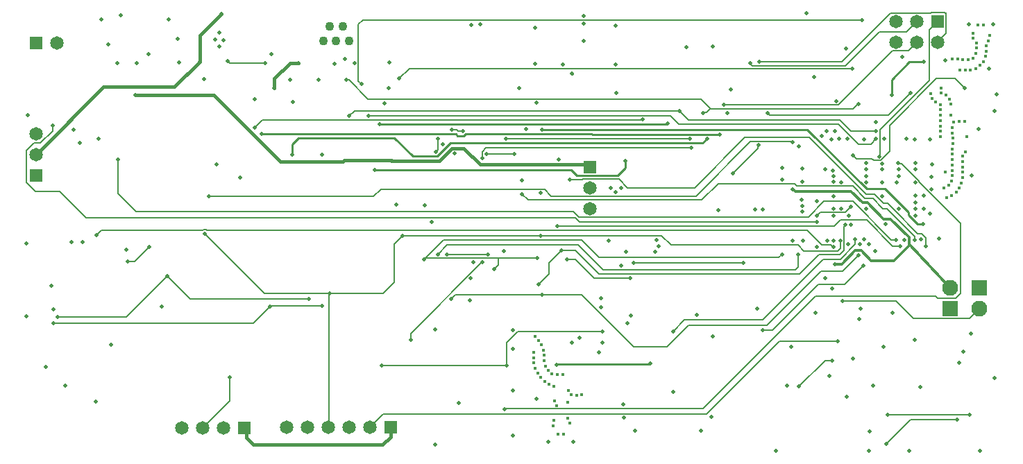
<source format=gbl>
G04*
G04 #@! TF.GenerationSoftware,Altium Limited,Altium Designer,21.6.4 (81)*
G04*
G04 Layer_Physical_Order=4*
G04 Layer_Color=16711680*
%FSLAX44Y44*%
%MOMM*%
G71*
G04*
G04 #@! TF.SameCoordinates,DA7206DA-C6EB-4482-9556-2D8F6DD5BCF2*
G04*
G04*
G04 #@! TF.FilePolarity,Positive*
G04*
G01*
G75*
%ADD10C,0.2000*%
%ADD12C,0.1500*%
%ADD13C,0.2540*%
%ADD178C,0.4000*%
%ADD179C,0.1650*%
%ADD180C,0.3000*%
%ADD181C,0.3500*%
%ADD188C,1.6500*%
%ADD189R,1.6500X1.6500*%
%ADD190R,1.6500X1.6500*%
%ADD191C,1.1000*%
%ADD192R,1.9500X1.9500*%
%ADD193C,1.9500*%
%ADD194C,0.5000*%
%ADD195C,0.4000*%
D10*
X704420Y317626D02*
G03*
X700212Y317628I-2110J-10286D01*
G01*
X704420Y317626D02*
G03*
X704779Y317590I377J1964D01*
G01*
X699833D02*
G03*
X700212Y317628I-10J2000D01*
G01*
X704420Y317626D02*
Y317626D01*
X699833Y317590D02*
X699833D01*
X627290D02*
X699833D01*
X1112520Y261620D02*
Y271822D01*
X1107483Y276860D02*
X1112520Y271822D01*
X1075948Y194310D02*
X1096838Y173420D01*
X1165290D01*
X1177290Y185420D01*
X737712Y343240D02*
X748212Y332740D01*
X693282Y343240D02*
X737712D01*
X692943Y342900D02*
X693282Y343240D01*
X678180Y342900D02*
X692943D01*
X951899Y337717D02*
X954880Y334737D01*
X1022925D01*
X859200Y337717D02*
X951899D01*
X839072Y317590D02*
X859200Y337717D01*
X704779Y317590D02*
X839072D01*
X748212Y332740D02*
X830366D01*
X891652Y394026D01*
X969870D01*
X1102313Y276860D02*
X1107483D01*
X1074202Y304971D02*
X1102313Y276860D01*
X1065483Y313690D02*
X1074202Y304971D01*
Y304971D02*
Y304971D01*
X1060450Y313690D02*
X1065483D01*
X1049232Y324908D02*
X1060450Y313690D01*
X1060088Y307340D02*
X1064484D01*
X1098550Y273274D01*
X1047661Y319767D02*
X1060088Y307340D01*
X1037894Y319767D02*
X1047661D01*
X1022925Y334737D02*
X1037894Y319767D01*
X1038987Y324908D02*
X1049232D01*
X969870Y394026D02*
X1038987Y324908D01*
X1098550Y269240D02*
Y273274D01*
X1011052Y194310D02*
X1075948D01*
X619760Y325120D02*
X627290Y317590D01*
D12*
X700955Y297180D02*
G03*
X703665Y297180I1355J10160D01*
G01*
X1077458Y546100D02*
G03*
X1074747Y546100I-1355J-10160D01*
G01*
X1102858D02*
G03*
X1100147Y546100I-1355J-10160D01*
G01*
X1136787Y545645D02*
G03*
X1136632Y545798I-1129J-987D01*
G01*
X533783Y403860D02*
X539796D01*
X533565Y403642D02*
X533783Y403860D01*
X539796D02*
X541574Y402082D01*
X483870Y147320D02*
Y155005D01*
X569784Y240919D02*
X570821D01*
X483870Y155005D02*
X569784Y240919D01*
X570821D02*
X571491Y241588D01*
X977900Y200660D02*
X1123950D01*
X840357Y63117D02*
X977900Y200660D01*
X1123950D02*
X1126490Y198120D01*
X1148588D01*
X1023620Y372110D02*
X1027430Y368300D01*
X1046480D02*
X1048386Y366394D01*
X1027430Y368300D02*
X1046480D01*
X1048386Y366394D02*
X1056980D01*
X907380Y380711D02*
Y383958D01*
X908050Y384628D01*
X877189Y350520D02*
X907380Y380711D01*
X431800Y440690D02*
X838200D01*
X405130Y464820D02*
X405719Y464231D01*
X408259D02*
X431800Y440690D01*
X405719Y464231D02*
X408259D01*
X1029318Y434664D02*
X1030028D01*
X1020415Y401985D02*
X1051095D01*
X1007110Y415290D02*
X1020415Y401985D01*
X1045169Y386080D02*
X1051279Y392190D01*
X1005840Y410210D02*
X1029970Y386080D01*
X1045169D01*
X713740Y247650D02*
X933137D01*
X936836Y251349D01*
X590550Y246733D02*
X638461D01*
X501670D02*
X590550D01*
X473710Y274320D02*
X642620D01*
X956113Y262890D02*
X963365Y255638D01*
X789940Y274320D02*
X801370Y262890D01*
X642620Y274320D02*
X789940D01*
X801370Y262890D02*
X956113D01*
X1026160Y263606D02*
Y269121D01*
X1025595Y269686D02*
X1026160Y269121D01*
X703665Y297180D02*
X969010D01*
X700955D02*
X700955D01*
X689055D02*
X700955D01*
X849124Y428754D02*
X849630Y429260D01*
X844921Y424551D02*
X849124Y428754D01*
X952729Y232560D02*
X956310Y236142D01*
Y251460D01*
X575691Y381381D02*
X826143D01*
X570958Y368670D02*
Y376648D01*
X575691Y381381D01*
X598840Y62900D02*
X600581D01*
X598170Y62230D02*
X598840Y62900D01*
X600581D02*
X600799Y63117D01*
X840357D01*
X647010Y330890D02*
X655412Y322488D01*
X831758D02*
X898398Y389128D01*
X655412Y322488D02*
X831758D01*
X924706Y158750D02*
X980586Y214630D01*
X1013460D01*
X913130Y158750D02*
X924706D01*
X987200Y245520D02*
X1008074D01*
X913130Y171450D02*
X987200Y245520D01*
X1008074D02*
X1026160Y263606D01*
X713577Y227493D02*
X958061D01*
X981693Y251126D02*
X1007011D01*
X958061Y227493D02*
X981693Y251126D01*
X524177Y269240D02*
X692150D01*
X713740Y247650D01*
X688340Y262890D02*
X718670Y232560D01*
X528320Y262890D02*
X688340D01*
X718670Y232560D02*
X952729D01*
X668020Y256540D02*
X684530D01*
X713577Y227493D01*
X707572Y222068D02*
X751840D01*
X684530Y245110D02*
X707572Y222068D01*
X674370Y245110D02*
X684530D01*
X127000Y325501D02*
Y367030D01*
Y325501D02*
X148635Y303866D01*
X1148080Y466090D02*
X1159510Y454660D01*
X1125220Y466090D02*
X1148080D01*
X1068070Y408940D02*
X1125220Y466090D01*
X1066800Y421640D02*
X1093470Y448310D01*
X922109Y421640D02*
X1066800D01*
X919480Y424180D02*
X919569D01*
X922109Y421640D01*
X822960Y415290D02*
X1007110D01*
X811530Y426720D02*
X822960Y415290D01*
X800259Y420465D02*
X810514Y410210D01*
X1005840D01*
X838200Y440690D02*
X849630Y429260D01*
X840675Y424551D02*
X844921D01*
X1023408Y428754D02*
X1029318Y434664D01*
X849124Y428754D02*
X1023408D01*
X1007011Y251126D02*
X1012190Y256305D01*
X1004938Y255638D02*
X1007690Y258390D01*
X963365Y255638D02*
X1004938D01*
X1012190Y256305D02*
Y284988D01*
X434340Y40640D02*
X450497Y56797D01*
X844596D02*
X933230Y145431D01*
X450497Y56797D02*
X844596D01*
X933230Y145431D02*
X1005078D01*
X1154430Y203962D02*
Y289491D01*
X1103691Y340230D02*
X1154430Y289491D01*
X1148588Y198120D02*
X1154430Y203962D01*
X1013460Y214630D02*
X1036320Y237490D01*
X918210Y165100D02*
X984250Y231140D01*
X1010920D01*
X822960Y165100D02*
X918210D01*
X796290Y138430D02*
X822960Y165100D01*
X756158Y138430D02*
X796290D01*
X817626Y171450D02*
X913130D01*
X137160Y175260D02*
X186690Y224790D01*
X53340Y175260D02*
X137160D01*
X186690Y224790D02*
X214630Y196850D01*
X359410D01*
X516890Y251460D02*
X528320Y262890D01*
X652780Y241300D02*
X668020Y256540D01*
X652780Y227692D02*
Y241300D01*
X1000760Y285750D02*
X1008380Y293370D01*
X662940Y285750D02*
X1000760D01*
X689353Y291084D02*
X979170D01*
X684527Y295910D02*
X689353Y291084D01*
X682369Y303866D02*
X689055Y297180D01*
X969010D02*
X988060Y316230D01*
X106426Y280670D02*
X229856D01*
X234964D02*
X967740D01*
X234274Y281360D02*
X234964Y280670D01*
X229856D02*
X230546Y281360D01*
X100330Y274574D02*
X106426Y280670D01*
X967740D02*
X985520Y262890D01*
X230546Y281360D02*
X234274D01*
X26035Y328295D02*
X55245D01*
X87630Y295910D02*
X684527D01*
X55245Y328295D02*
X87630Y295910D01*
X15240Y339090D02*
X26035Y328295D01*
X15240Y339090D02*
Y378079D01*
X24511Y387350D01*
X32258D02*
X46990Y402082D01*
X24511Y387350D02*
X32258D01*
X1116653Y525690D02*
X1126902Y535940D01*
X1116653Y463872D02*
Y525690D01*
X1069086Y546100D02*
X1074747D01*
X1009650Y486664D02*
X1069086Y546100D01*
X908812Y486664D02*
X1009650D01*
X1077458Y546100D02*
X1100147D01*
X1102858D02*
X1117734D01*
X1117824Y546190D01*
X1135981D01*
X1136071Y546100D01*
X1136279D01*
X1136632Y545798D01*
X1136787Y545645D02*
X1137158Y545221D01*
Y520796D02*
Y545221D01*
X1126902Y510540D02*
X1137158Y520796D01*
X1088802Y523240D02*
X1101503Y535940D01*
X1055624Y523240D02*
X1088802D01*
X1013968Y481584D02*
X1055624Y523240D01*
X900684Y481584D02*
X1013968D01*
X897636Y484632D02*
X900684Y481584D01*
X1090922Y499959D02*
X1101503Y510540D01*
X1071460Y499959D02*
X1090922D01*
X1005586Y434086D02*
X1071460Y499959D01*
X865730Y434086D02*
X1005586D01*
X1056640Y403860D02*
X1116653Y463872D01*
X1056640Y373365D02*
Y403860D01*
X1055116Y371841D02*
X1056640Y373365D01*
X1055116Y370894D02*
Y371841D01*
X541574Y402082D02*
X547370D01*
X755650Y241300D02*
X889698D01*
X292100Y167640D02*
X312621Y188161D01*
X48260Y167640D02*
X292100D01*
X375751Y188161D02*
X375951Y188361D01*
X312621Y188161D02*
X375751D01*
X305635Y203635D02*
X384634D01*
X384087Y41187D02*
Y203088D01*
X384634Y203635D02*
X450015D01*
X463550Y217170D01*
X383540Y40640D02*
X384087Y41187D01*
Y203088D02*
X384634Y203635D01*
X232410Y276860D02*
X305635Y203635D01*
X1080770Y261620D02*
X1080837Y261687D01*
X1071880Y261620D02*
X1080770D01*
X1040130Y293370D02*
X1071880Y261620D01*
X1070221Y269046D02*
X1075642D01*
X1023038Y316230D02*
X1070221Y269046D01*
X514604Y376597D02*
Y376939D01*
X585470Y233680D02*
X585742D01*
X590550Y238488D02*
Y246380D01*
X585742Y233680D02*
X590550Y238488D01*
X501670Y246733D02*
X524177Y269240D01*
X500380Y245443D02*
X501670Y246733D01*
X415544Y426720D02*
X811530D01*
X408940Y420116D02*
X415544Y426720D01*
X824658Y392850D02*
X824709Y392799D01*
X600343Y392850D02*
X824658D01*
X600292Y392901D02*
X600343Y392850D01*
X576120Y374157D02*
X576427Y373850D01*
X610228D01*
X610535Y373543D01*
X795607Y410016D02*
X796363Y410772D01*
X302586Y415616D02*
X766764D01*
X293370Y406400D02*
X302586Y415616D01*
X766764D02*
X767113Y415965D01*
X840304Y424180D02*
X840675Y424551D01*
X796363Y410772D02*
X797310D01*
X1051279Y392190D02*
X1051298D01*
X1065530Y55880D02*
X1165860D01*
X516890Y379225D02*
Y392430D01*
X514604Y376939D02*
X516890Y379225D01*
X614680Y157480D02*
X717550D01*
X803656D02*
X817626Y171450D01*
X692658Y201930D02*
X756158Y138430D01*
X1010920Y231140D02*
X1029970Y250190D01*
X229870Y39370D02*
X262890Y72390D01*
Y101600D01*
X898398Y389128D02*
X949452D01*
X949960Y388620D01*
X138430Y242570D02*
X147320D01*
X165100Y260350D01*
X661670Y116840D02*
X662305Y117475D01*
X775335D02*
X775970Y118110D01*
X600710Y143510D02*
X614680Y157480D01*
X600710Y115570D02*
Y143510D01*
X448310Y115570D02*
X600710D01*
X1020778Y309578D02*
Y309646D01*
X1014040Y302840D02*
X1020778Y309578D01*
X1012190Y284988D02*
X1014984Y287782D01*
X996058Y262890D02*
X998543Y260405D01*
X1007690Y258390D02*
Y267970D01*
X988060Y316230D02*
X1023038D01*
X148635Y303866D02*
X682369D01*
X998543Y260405D02*
X999490D01*
X1056980Y366394D02*
X1068070Y377484D01*
Y408940D01*
X643890Y201930D02*
X692658D01*
X538480D02*
X643890D01*
X983560Y302840D02*
X1014040D01*
X1103691Y340230D02*
Y341057D01*
X1082354Y362393D02*
X1103691Y341057D01*
X1079141Y362393D02*
X1082354D01*
X1078476Y363059D02*
X1079141Y362393D01*
X1008380Y293370D02*
X1040130D01*
X979170Y298450D02*
X983560Y302840D01*
X985520Y262890D02*
X996058D01*
X46990Y402082D02*
Y408940D01*
X447369Y330890D02*
X647010D01*
X438331Y321852D02*
X447369Y330890D01*
X432831Y420465D02*
X800259D01*
X432490Y420806D02*
X432831Y420465D01*
X237743Y321852D02*
X438331D01*
X469900Y466090D02*
X482092Y478282D01*
X1022858D01*
X957580Y90170D02*
X989330Y121920D01*
X998220D01*
X463550Y217170D02*
Y264160D01*
X473710Y274320D01*
X639826Y214738D02*
X652780Y227692D01*
X533400Y196850D02*
X538480Y201930D01*
X425450Y537464D02*
X1034542D01*
X528320Y251460D02*
X577850D01*
X1093786Y49846D02*
X1150428D01*
X1064260Y20320D02*
X1093786Y49846D01*
X260439Y487680D02*
X262979Y485140D01*
X306070D01*
X260350Y487680D02*
X260439D01*
X419989Y463169D02*
X423490Y459668D01*
X419989Y463169D02*
Y532003D01*
X425450Y537464D01*
D13*
X550477Y398090D02*
X704869D01*
X705140Y397819D01*
X860197D01*
X860609Y397407D01*
X548627Y396240D02*
X550477Y398090D01*
X679773Y354007D02*
X686410Y347370D01*
X735990D02*
X745490Y356870D01*
X686410Y347370D02*
X735990D01*
X643890Y403860D02*
X967647D01*
X1040037Y331470D01*
X1062357D01*
X1090930Y299434D02*
X1102074Y288290D01*
X1090930Y299434D02*
Y302897D01*
X1102074Y288290D02*
X1108710D01*
X1062357Y331470D02*
X1090930Y302897D01*
X439936Y354007D02*
X679773D01*
X1070610Y464820D02*
X1092200Y486410D01*
X1109980D01*
X1070610Y445770D02*
Y464820D01*
X516321Y371039D02*
X532307Y387024D01*
X445964Y410016D02*
X795607D01*
X445770Y410210D02*
X445964Y410016D01*
X338927Y385917D02*
X346710Y393700D01*
X338927Y373188D02*
Y385917D01*
X346710Y393700D02*
X463550D01*
X486211Y371039D01*
X451094Y398622D02*
X538638D01*
X541020Y396240D01*
X548627D01*
X450936Y398780D02*
X451094Y398622D01*
X532307Y387024D02*
X839990D01*
X845323Y392356D01*
X662305Y117475D02*
X775335D01*
X302260Y398780D02*
X450936D01*
X745490Y356870D02*
Y365760D01*
X486211Y371039D02*
X516321D01*
D178*
X283687Y27463D02*
X292100Y19050D01*
X449580D02*
X459263Y28733D01*
X292100Y19050D02*
X449580D01*
X336550Y485140D02*
X346710D01*
X317500Y466090D02*
X336550Y485140D01*
X317500Y454660D02*
Y466090D01*
X226409Y518509D02*
X252730Y544830D01*
X226409Y486939D02*
Y518509D01*
X109128Y455930D02*
X195533D01*
X26577Y373380D02*
X109128Y455930D01*
X195533D02*
X226476Y486873D01*
X548570Y381000D02*
X568798Y360772D01*
X533702Y381000D02*
X548570D01*
X518498Y365796D02*
X533702Y381000D01*
X680720Y472169D02*
Y472440D01*
X147574Y446278D02*
X243360D01*
X459263Y40163D02*
X459740Y40640D01*
X459263Y28733D02*
Y40163D01*
X280670Y39370D02*
X283687Y36353D01*
Y27463D02*
Y36353D01*
X699678Y360772D02*
X702310Y358140D01*
X568798Y360772D02*
X699678D01*
X324758Y364880D02*
X401316D01*
X460438Y365796D02*
X518498D01*
X460365Y365869D02*
X460438Y365796D01*
X402306Y365869D02*
X460365D01*
X401316Y364880D02*
X402306Y365869D01*
X243360Y446278D02*
X324758Y364880D01*
D179*
X383382Y525308D02*
X384940Y529810D01*
D180*
X1045582Y243840D02*
X1073150D01*
X1092411Y263101D01*
X1009921Y239678D02*
X1026273Y256030D01*
X1033392D02*
X1045582Y243840D01*
X1026273Y256030D02*
X1033392D01*
X1001397Y239678D02*
X1009921D01*
D181*
X1092411Y263101D02*
X1141730Y210820D01*
X949960Y330962D02*
X950254D01*
X952760Y328456D02*
X1021186D01*
X1035379Y314263D01*
X950254Y330962D02*
X952760Y328456D01*
X1041261Y314263D02*
X1060884Y294640D01*
X1069443D02*
X1092107Y271976D01*
X1060884Y294640D02*
X1069443D01*
X1092107Y263417D02*
Y271976D01*
X1035379Y314263D02*
X1041261D01*
D188*
X26577Y398780D02*
D03*
Y373380D02*
D03*
X1126902Y510540D02*
D03*
X1101503Y535940D02*
D03*
Y510540D02*
D03*
X1076103Y535940D02*
D03*
Y510540D02*
D03*
X52070Y509270D02*
D03*
X702310Y332740D02*
D03*
Y307340D02*
D03*
X434340Y40640D02*
D03*
X408940D02*
D03*
X383540D02*
D03*
X358140D02*
D03*
X332740D02*
D03*
X255270Y39370D02*
D03*
X229870D02*
D03*
X204470D02*
D03*
D189*
X26577Y347980D02*
D03*
X702310Y358140D02*
D03*
D190*
X1126902Y535940D02*
D03*
X26670Y509270D02*
D03*
X459740Y40640D02*
D03*
X280670Y39370D02*
D03*
D191*
X408940Y511810D02*
D03*
X400940Y529810D02*
D03*
X392940Y511810D02*
D03*
X384940Y529810D02*
D03*
X376940Y511810D02*
D03*
D192*
X1141730Y185420D02*
D03*
X1177290Y210820D02*
D03*
D193*
X1141730D02*
D03*
X1177290Y185420D02*
D03*
D194*
X165100Y260350D02*
D03*
X533565Y403642D02*
D03*
X483870Y147320D02*
D03*
X998220Y209550D02*
D03*
X908050Y384628D02*
D03*
X716183Y197697D02*
D03*
X1023462Y123719D02*
D03*
X961070Y318080D02*
D03*
X961102Y310760D02*
D03*
X961146Y303205D02*
D03*
X984861Y395911D02*
D03*
X860609Y397407D02*
D03*
X991351Y401964D02*
D03*
X1001483Y402021D02*
D03*
X1006622Y392264D02*
D03*
X1016814Y392098D02*
D03*
X1051095Y401985D02*
D03*
X1036750Y391833D02*
D03*
X1061578Y392164D02*
D03*
X1088446D02*
D03*
X1098488Y392054D02*
D03*
X1117302D02*
D03*
X936836Y251349D02*
D03*
X950016Y267969D02*
D03*
X962775Y268042D02*
D03*
X979212Y260551D02*
D03*
X1025595Y269686D02*
D03*
X1017253Y263834D02*
D03*
X1037141Y270002D02*
D03*
X1031684Y263834D02*
D03*
X1106162Y269343D02*
D03*
X1112520Y261620D02*
D03*
X956310Y251460D02*
D03*
X642620Y274320D02*
D03*
X929640Y11430D02*
D03*
X1092200D02*
D03*
X1178560D02*
D03*
X1042670D02*
D03*
X186690Y224790D02*
D03*
X668020Y256540D02*
D03*
X662940Y285750D02*
D03*
X744220Y52070D02*
D03*
X69956Y266757D02*
D03*
X1043940Y35560D02*
D03*
X755650Y241300D02*
D03*
X947795Y138822D02*
D03*
X904240Y306070D02*
D03*
X913130D02*
D03*
X359410Y196850D02*
D03*
X375951Y188361D02*
D03*
X384634Y203635D02*
D03*
X1080837Y261687D02*
D03*
X1075642Y269046D02*
D03*
X1086372Y269325D02*
D03*
X1098550Y269240D02*
D03*
X537254Y374734D02*
D03*
X514604Y376597D02*
D03*
X522628Y386099D02*
D03*
X585470Y233680D02*
D03*
X638461Y246733D02*
D03*
X1159510Y454660D02*
D03*
X824709Y392799D02*
D03*
X826143Y381381D02*
D03*
X610535Y373543D02*
D03*
X576120Y374157D02*
D03*
X600292Y392901D02*
D03*
X445770Y410210D02*
D03*
X338927Y373188D02*
D03*
X375273Y372931D02*
D03*
X811530Y426720D02*
D03*
X767113Y415965D02*
D03*
X845323Y392356D02*
D03*
X637540Y436190D02*
D03*
X624426Y404691D02*
D03*
X797310Y410772D02*
D03*
X557767Y531007D02*
D03*
X734527Y448540D02*
D03*
X439936Y354007D02*
D03*
X678180Y342900D02*
D03*
X1051298Y392190D02*
D03*
X1065530Y55880D02*
D03*
X1165860D02*
D03*
X1016000Y77470D02*
D03*
X127000Y367030D02*
D03*
X740410Y237490D02*
D03*
X746760Y254436D02*
D03*
X717543Y143517D02*
D03*
X713160Y132080D02*
D03*
X717550Y157480D02*
D03*
X727710Y332740D02*
D03*
X734060Y327660D02*
D03*
X740410Y332740D02*
D03*
X725170Y267970D02*
D03*
X742950Y68580D02*
D03*
X913130Y158750D02*
D03*
X906780Y185420D02*
D03*
X1036320Y237490D02*
D03*
X989330Y222250D02*
D03*
X262890Y101600D02*
D03*
X949960Y388620D02*
D03*
X293370Y406400D02*
D03*
X661670Y116840D02*
D03*
X637540Y74930D02*
D03*
X680720Y143510D02*
D03*
X598170Y62230D02*
D03*
X542290Y69850D02*
D03*
X651510Y22860D02*
D03*
X681990D02*
D03*
X600710Y115570D02*
D03*
X775970Y118110D02*
D03*
X689610Y149860D02*
D03*
X1009187Y306960D02*
D03*
X1020778Y309646D02*
D03*
X1063182Y288180D02*
D03*
X1042670Y264160D02*
D03*
X997033Y391947D02*
D03*
X957580Y383540D02*
D03*
X961763Y355935D02*
D03*
X961390Y340360D02*
D03*
X937260Y356870D02*
D03*
Y342900D02*
D03*
X949960Y330962D02*
D03*
X1001397Y239678D02*
D03*
X991870Y267970D02*
D03*
X999490D02*
D03*
X1007690D02*
D03*
X999490Y260405D02*
D03*
X1127956Y270428D02*
D03*
X1050290Y255270D02*
D03*
X1029970Y250190D02*
D03*
X1051015Y412682D02*
D03*
X1003234Y438626D02*
D03*
X1030028Y434790D02*
D03*
X1013714Y287782D02*
D03*
X1021179Y287138D02*
D03*
X1017986Y298951D02*
D03*
X999097Y353837D02*
D03*
X989452Y354901D02*
D03*
X999204Y346931D02*
D03*
X999316Y340360D02*
D03*
X1009323Y339487D02*
D03*
X999490Y322580D02*
D03*
X979170Y316230D02*
D03*
Y298450D02*
D03*
Y291084D02*
D03*
X1108710Y288290D02*
D03*
X1117570Y300960D02*
D03*
X1099820Y298450D02*
D03*
X1099404Y306924D02*
D03*
X1109281Y307162D02*
D03*
X1078952Y306939D02*
D03*
X1039277Y306822D02*
D03*
X1059180Y322580D02*
D03*
Y339090D02*
D03*
X1039575Y339450D02*
D03*
X1039334Y346934D02*
D03*
X1039092Y355005D02*
D03*
Y362683D02*
D03*
X1023620Y372110D02*
D03*
X1055116Y370894D02*
D03*
X1059160Y362458D02*
D03*
X1059055Y355097D02*
D03*
X1078810Y346735D02*
D03*
X1076960Y338960D02*
D03*
X1078810Y355252D02*
D03*
X1078476Y363059D02*
D03*
X1099130Y362960D02*
D03*
Y355518D02*
D03*
Y339193D02*
D03*
X1099368Y323032D02*
D03*
X1109346Y323057D02*
D03*
X1119409Y330876D02*
D03*
X1119409Y345654D02*
D03*
X1119551Y360942D02*
D03*
X1099368Y314960D02*
D03*
X999385Y298794D02*
D03*
X999490Y307340D02*
D03*
X1195681Y426532D02*
D03*
X1109980Y486410D02*
D03*
X1070610Y445770D02*
D03*
X1189376Y478420D02*
D03*
X1136031Y487954D02*
D03*
X1093470Y448310D02*
D03*
X1083310Y492760D02*
D03*
X1198880Y447040D02*
D03*
X1164590Y532130D02*
D03*
X977900Y180340D02*
D03*
X1010920Y194310D02*
D03*
X1032510Y185420D02*
D03*
X1194580Y532130D02*
D03*
X889698Y241300D02*
D03*
X106680Y538480D02*
D03*
X302260Y398780D02*
D03*
X188580Y538017D02*
D03*
X246957Y361317D02*
D03*
X1060450Y138430D02*
D03*
X994338Y102870D02*
D03*
X942703Y90776D02*
D03*
X1105111Y89593D02*
D03*
X1071643Y179946D02*
D03*
X1098564Y146904D02*
D03*
X1196340Y100330D02*
D03*
X1157613Y132439D02*
D03*
X1167754Y347416D02*
D03*
X1176183Y404427D02*
D03*
X1014730Y502920D02*
D03*
X975501Y468283D02*
D03*
X869846Y424177D02*
D03*
X874530Y452754D02*
D03*
X851985Y504837D02*
D03*
X820317Y504621D02*
D03*
X635706Y528213D02*
D03*
X664670Y366711D02*
D03*
X858955Y305022D02*
D03*
X748030Y167640D02*
D03*
X752777Y176922D02*
D03*
X832636Y177304D02*
D03*
X852170Y151130D02*
D03*
X804375Y83674D02*
D03*
X850782Y52766D02*
D03*
X837616Y36490D02*
D03*
X757275Y36490D02*
D03*
X513598Y18903D02*
D03*
X608439Y29925D02*
D03*
X608612Y84886D02*
D03*
X608608Y136289D02*
D03*
X608700Y159238D02*
D03*
X513820Y159294D02*
D03*
X597042Y255093D02*
D03*
X560070Y241682D02*
D03*
X557158Y221929D02*
D03*
X570958Y368670D02*
D03*
X733532Y483000D02*
D03*
X734060Y530860D02*
D03*
X694690Y542290D02*
D03*
X669011Y482834D02*
D03*
X635145Y483787D02*
D03*
X568516Y531990D02*
D03*
X457015Y454062D02*
D03*
X458008Y485891D02*
D03*
X415260Y484421D02*
D03*
X391249Y483905D02*
D03*
X340431Y437435D02*
D03*
X314019Y495428D02*
D03*
X244891Y513375D02*
D03*
X255258Y513040D02*
D03*
X250190Y505460D02*
D03*
Y521970D02*
D03*
X231824Y465182D02*
D03*
X201123Y485715D02*
D03*
X149793Y484846D02*
D03*
X125635Y484556D02*
D03*
X114691Y507395D02*
D03*
X129841Y543625D02*
D03*
X136584Y257229D02*
D03*
X83613Y266217D02*
D03*
X118145Y141036D02*
D03*
X99932Y71796D02*
D03*
X38842Y113858D02*
D03*
X14992Y175714D02*
D03*
X45720Y213360D02*
D03*
X15097Y264368D02*
D03*
X102870Y392430D02*
D03*
X80010Y387350D02*
D03*
X72390Y403860D02*
D03*
X16510Y421640D02*
D03*
X46990Y408940D02*
D03*
X966470Y546100D02*
D03*
X317500Y454660D02*
D03*
X346710Y485140D02*
D03*
X293370Y440690D02*
D03*
X405130Y464820D02*
D03*
X403860Y490220D02*
D03*
X252730Y544830D02*
D03*
X180340Y187960D02*
D03*
X500771Y311505D02*
D03*
X465938Y312049D02*
D03*
X138430Y242570D02*
D03*
X275590Y345440D02*
D03*
X237743Y321852D02*
D03*
X469900Y466090D02*
D03*
X1153160Y119380D02*
D03*
X1167130Y154940D02*
D03*
X547370Y402082D02*
D03*
X694690Y511810D02*
D03*
X199390Y514350D02*
D03*
X783590Y269240D02*
D03*
X781630Y254436D02*
D03*
X786130Y261620D02*
D03*
X998220Y121920D02*
D03*
X473710Y274320D02*
D03*
X312420Y187960D02*
D03*
X232410Y276860D02*
D03*
X674370Y245110D02*
D03*
X53340Y175260D02*
D03*
X48260Y167640D02*
D03*
X509270Y290830D02*
D03*
X533400Y196850D02*
D03*
X643890Y201930D02*
D03*
X448310Y115570D02*
D03*
X516890Y392430D02*
D03*
X745490Y365760D02*
D03*
X619760Y341630D02*
D03*
Y325120D02*
D03*
X694690Y532964D02*
D03*
X615950Y454660D02*
D03*
X680720Y472440D02*
D03*
X643890Y403860D02*
D03*
X1047750Y91440D02*
D03*
X919480Y424180D02*
D03*
X840304D02*
D03*
X957580Y90170D02*
D03*
X642620Y326390D02*
D03*
X528320Y251460D02*
D03*
X577850D02*
D03*
X1064260Y20320D02*
D03*
X1031240Y172720D02*
D03*
X260350Y487680D02*
D03*
X306070Y485140D02*
D03*
X751840Y222068D02*
D03*
X556006Y195238D02*
D03*
X516890Y251460D02*
D03*
X62230Y91440D02*
D03*
X571491Y241588D02*
D03*
X371735Y464820D02*
D03*
X336550D02*
D03*
X716280Y186690D02*
D03*
X452120Y435610D02*
D03*
X163538Y495554D02*
D03*
X432490Y420806D02*
D03*
X803656Y157480D02*
D03*
X226476Y486873D02*
D03*
X865730Y434086D02*
D03*
X1022858Y478282D02*
D03*
X408940Y420116D02*
D03*
X877189Y350520D02*
D03*
X1005078Y145431D02*
D03*
X500380Y245443D02*
D03*
X423490Y459668D02*
D03*
X1034542Y537464D02*
D03*
X908812Y486664D02*
D03*
X897636Y484632D02*
D03*
X1150428Y49846D02*
D03*
X47752Y184404D02*
D03*
X100330Y274574D02*
D03*
X639826Y214738D02*
D03*
X147574Y446278D02*
D03*
D195*
X659091Y72884D02*
D03*
X661840Y66949D02*
D03*
X658177Y48451D02*
D03*
X657922Y41916D02*
D03*
X663494Y31572D02*
D03*
X670034D02*
D03*
X678118Y45794D02*
D03*
X675269Y51681D02*
D03*
X675072Y71155D02*
D03*
X633587Y131819D02*
D03*
X633900Y125287D02*
D03*
X634260Y118757D02*
D03*
X635817Y112405D02*
D03*
X638567Y106471D02*
D03*
X642352Y101138D02*
D03*
X647046Y96584D02*
D03*
X652491Y92961D02*
D03*
X658304Y89965D02*
D03*
X676215Y85366D02*
D03*
X679591Y79764D02*
D03*
X686122Y79422D02*
D03*
X692652Y79788D02*
D03*
X669246Y104728D02*
D03*
X662707Y104616D02*
D03*
X656188Y105148D02*
D03*
X651363Y109563D02*
D03*
X648007Y115176D02*
D03*
X646404Y121517D02*
D03*
X646260Y128055D02*
D03*
X645632Y134565D02*
D03*
X643289Y140671D02*
D03*
X639518Y146014D02*
D03*
X635195Y150922D02*
D03*
X1182661Y531038D02*
D03*
X1176121D02*
D03*
X1169732Y521598D02*
D03*
X1169808Y515058D02*
D03*
X1173650Y509766D02*
D03*
Y503226D02*
D03*
X1173475Y496688D02*
D03*
X1170127Y491070D02*
D03*
X1164025Y488717D02*
D03*
X1157485Y488701D02*
D03*
X1151082Y490035D02*
D03*
X1144544Y489897D02*
D03*
X1153567Y476125D02*
D03*
X1160104Y476340D02*
D03*
X1166639Y476592D02*
D03*
X1172938Y478352D02*
D03*
X1178413Y481929D02*
D03*
X1182659Y486903D02*
D03*
X1185216Y492923D02*
D03*
X1186010Y499414D02*
D03*
Y505954D02*
D03*
X1188536Y511987D02*
D03*
X1189928Y518377D02*
D03*
X1118220Y447861D02*
D03*
X1119718Y441494D02*
D03*
X1124450Y436980D02*
D03*
X1130418Y434305D02*
D03*
Y427766D02*
D03*
Y421226D02*
D03*
Y414686D02*
D03*
Y408146D02*
D03*
Y401606D02*
D03*
Y395066D02*
D03*
X1136255Y351800D02*
D03*
X1142778Y421546D02*
D03*
X1142773Y434626D02*
D03*
X1141068Y440940D02*
D03*
X1136663Y445774D02*
D03*
X1130580Y448177D02*
D03*
X1130949Y454707D02*
D03*
X1152843Y413908D02*
D03*
X1146450Y412531D02*
D03*
X1144782Y406208D02*
D03*
Y399668D02*
D03*
X1145607Y393180D02*
D03*
X1144952Y386673D02*
D03*
X1144494Y380149D02*
D03*
Y373609D02*
D03*
Y367069D02*
D03*
Y360529D02*
D03*
Y353989D02*
D03*
Y347449D02*
D03*
X1143606Y340969D02*
D03*
X1139936Y335556D02*
D03*
X1134189Y332436D02*
D03*
X1137885Y320784D02*
D03*
X1143897Y323359D02*
D03*
X1149067Y327365D02*
D03*
X1153071Y332536D02*
D03*
X1155645Y338548D02*
D03*
X1156702Y345002D02*
D03*
X1156746Y351541D02*
D03*
Y358082D02*
D03*
Y364621D02*
D03*
Y371161D02*
D03*
X1160496Y376520D02*
D03*
X1162211Y394731D02*
D03*
X1159631Y413520D02*
D03*
M02*

</source>
